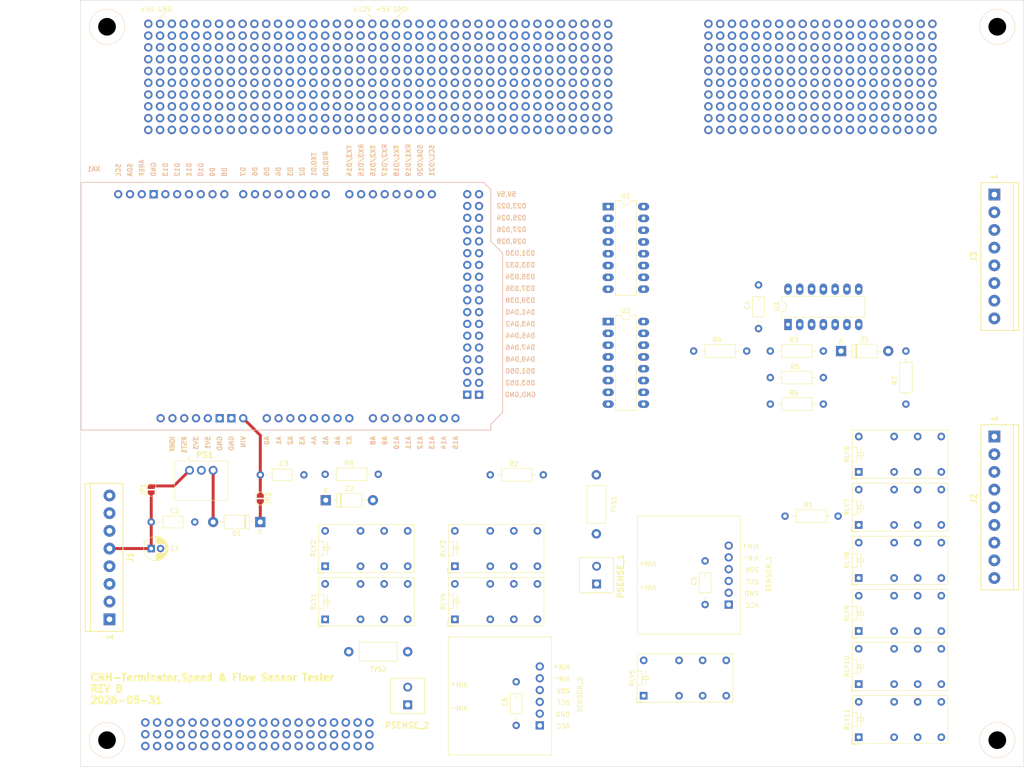
<source format=kicad_pcb>
(kicad_pcb (version 20221018) (generator pcbnew)
  (title_block (title "CNH-Terminator,Speed & Flow Sensor Tester") (rev "B") (company "TRISON SOLUTIONS LLC"))
  (layers (0 "F.Cu" signal) (1 "In1.Cu" power) (2 "In2.Cu" power) (31 "B.Cu" signal) (34 "B.Paste" user) (35 "F.Paste" user) (36 "B.SilkS" user "B.Silkscreen") (37 "F.SilkS" user "F.Silkscreen") (38 "B.Mask" user) (39 "F.Mask" user) (44 "Edge.Cuts" user))
  (net 0 "")
  (net 1 "+12V")
  (net 2 "GND")
  (net 3 "/Vin_Atmega")
  (net 4 "+5V")
  (net 5 "/+VDC_UUT_MAIN")
  (net 6 "/-VDC_UUT_MAIN")
  (net 7 "/+VDC_LOAD")
  (net 8 "/-VDC_LOAD")
  (net 9 "/-SCOPE_CH1")
  (net 10 "/+SCOPE_CH1")
  (net 11 "/SIG_GND")
  (net 12 "/CAN_BAT")
  (net 13 "/CAN_GND")
  (net 14 "Net-(J2-Pad6)")
  (net 15 "Net-(J2-Pad7)")
  (net 16 "/CAN_L")
  (net 17 "/CAN_H")
  (net 18 "+5VP")
  (net 19 "/ENA-")
  (net 20 "/DIR-")
  (net 21 "/PUL-")
  (net 417 "/+VL_SW")
  (net 418 "Net-(R3-Pad1)")
  (net 419 "Net-(U3A--)")
  (net 420 "/PULSE_COUNT")
  (net 421 "Net-(U3A-+)")
  (net 422 "/PWR_ON")
  (net 423 "/RLY1")
  (net 424 "/+VDC_UUT")
  (net 426 "/RLY2")
  (net 429 "/RLY3")
  (net 431 "Net-(RLY3-Pad8)")
  (net 432 "Net-(RLY3-Pad9)")
  (net 434 "/RLY4")
  (net 435 "/RLY5")
  (net 436 "/RLY6")
  (net 437 "/RLY7")
  (net 440 "/RLY8")
  (net 443 "/RLY9")
  (net 446 "/RLY10")
  (net 449 "/RLY11")
  (net 454 "/SCL")
  (net 455 "/SDA")
  (net 460 "Net-(U1-I1)")
  (net 461 "Net-(U1-I2)")
  (net 462 "Net-(U1-I3)")
  (net 463 "Net-(U1-I4)")
  (net 464 "Net-(U1-I5)")
  (net 465 "Net-(U1-I6)")
  (net 466 "Net-(U1-I7)")
  (net 467 "Net-(U2-I1)")
  (net 468 "Net-(U2-I2)")
  (net 469 "Net-(U2-I3)")
  (net 470 "Net-(U2-I4)")
  (net 531 "Net-(XA1-RESET)")
  (net 537 "/9DIO")
  (net 538 "/9OUT")
  (net 539 "/12IN")
  (net 759 "/UUT_IN+")
  (net 760 "Net-(J2-Pad3)")
  (net 761 "Net-(PSENSE_1-Pad1)")
  (net 762 "Net-(TVS1-A2)")
  (net 763 "Net-(TVS2-A1)")
  (net 764 "Net-(PSENSE_2-Pad1)")
  (footprint "Groz_KiCad_Libs:INA219_CURRENT_SENSOR" (layer "F.Cu") (at 149.733 201.93 90)
    (fp_text reference "SENSOR_2")
    (fp_text value "INA219_CURRENT_SENSOR")
  )
  (footprint "Groz_KiCad_Libs:SIP-20_PERF" (layer "F.Cu") (at 140.335 68.58 180)
    (fp_text reference "PR13" hide)
    (fp_text value "Conn_01x20_Perf" hide)
  )
  (footprint "Groz_KiCad_Libs:CONN-TH_EDSTLZ1555-9" (layer "F.Cu") (at 247.65 139.7 -90)
    (fp_text reference "J2")
    (fp_text value "EDSTLZ1555_9" hide)
  )
  (footprint "Groz_KiCad_Libs:SIP-20_PERF" (layer "F.Cu") (at 140.335 58.42 180)
    (fp_text reference "PR17" hide)
    (fp_text value "Conn_01x20_Perf" hide)
  )
  (footprint "Groz_KiCad_Libs:D_DO-41_SOD81_P10.16mm_Horizontal" (layer "F.Cu") (at 89.535 158.115 180)
    (fp_text reference "D1")
    (fp_text value "1N5817")
  )
  (footprint "Groz_KiCad_Libs:R_Axial_DIN0207_L6.3mm_D2.5mm_P11.43mm_Horizontal_0.25W" (layer "F.Cu") (at 199.39 121.285)
    (fp_text reference "R3")
    (fp_text value "1K")
  )
  (footprint "Groz_KiCad_Libs:SIP-20_PERF" (layer "F.Cu") (at 210.185 68.58)
    (fp_text reference "PR31" hide)
    (fp_text value "Conn_01x20_Perf" hide)
  )
  (footprint "Groz_KiCad_Libs:SIP-20_PERF" (layer "F.Cu") (at 140.335 50.8 180)
    (fp_text reference "PR20" hide)
    (fp_text value "Conn_01x20_Perf" hide)
  )
  (footprint "Groz_KiCad_Libs:SIP-20_PERF" (layer "F.Cu") (at 140.335 53.34 180)
    (fp_text reference "PR19" hide)
    (fp_text value "Conn_01x20_Perf" hide)
  )
  (footprint "Groz_KiCad_Libs:C_Axial_L170mil_D100mil_P370mil_Horizontal" (layer "F.Cu") (at 89.535 147.955)
    (fp_text reference "C3")
    (fp_text value "0.1uF")
  )
  (footprint "Groz_KiCad_Libs:D_DO-41_SOD81_P10.16mm_Horizontal" (layer "F.Cu") (at 214.63 121.285)
    (fp_text reference "Z1")
    (fp_text value "1N4732A")
  )
  (footprint "Groz_KiCad_Libs:CP_Radial_D5.0mm_P2.00mm" (layer "F.Cu") (at 66.04 163.83)
    (fp_text reference "C1")
    (fp_text value "10uF 35v")
  )
  (footprint "Groz_KiCad_Libs:SA20CA_P12.70mm_Horizontal" (layer "F.Cu") (at 161.925 147.955 -90)
    (fp_text reference "TVS1")
    (fp_text value "SA20CA")
  )
  (footprint "Groz_KiCad_Libs:SolderJumper-2_P1.3mm_Open_RoundedPad1.0x1.5mm" (layer "F.Cu") (at 66.04 151.145 90)
    (fp_text reference "JP1")
    (fp_text value "SolderJumper_2_Open")
  )
  (footprint "Groz_KiCad_Libs:MTH 6-32_NPTH" (layer "F.Cu") (at 248.285 205.105)
    (fp_text reference "MTH2")
    (fp_text value "MTH 6-32_NPTH" hide)
  )
  (footprint "Groz_KiCad_Libs:C_Axial_L170mil_D100mil_P370mil_Horizontal" (layer "F.Cu") (at 185.3438 175.895 90)
    (fp_text reference "C5")
    (fp_text value "0.1uF")
  )
  (footprint "Groz_KiCad_Libs:R_Axial_DIN0207_L6.3mm_D2.5mm_P11.43mm_Horizontal_0.25W" (layer "F.Cu") (at 210.82 127 180)
    (fp_text reference "R5")
    (fp_text value "33K")
  )
  (footprint "Groz_KiCad_Libs:SIP-20_PERF" (layer "F.Cu") (at 210.185 73.66)
    (fp_text reference "PR33" hide)
    (fp_text value "Conn_01x20_Perf" hide)
  )
  (footprint "Groz_KiCad_Libs:SIP-20_PERF" (layer "F.Cu") (at 89.535 50.8 180)
    (fp_text reference "PR10" hide)
    (fp_text value "Conn_01x20_Perf" hide)
  )
  (footprint "Groz_KiCad_Libs:SIP-20_PERF" (layer "F.Cu") (at 89.535 71.12 180)
    (fp_text reference "PR2" hide)
    (fp_text value "Conn_01x20_Perf" hide)
  )
  (footprint "Groz_KiCad_Libs:INA219_CURRENT_SENSOR" (layer "F.Cu") (at 190.423 175.8958 90)
    (fp_text reference "SENSOR_1")
    (fp_text value "INA219_CURRENT_SENSOR")
  )
  (footprint "Groz_KiCad_Libs:SIP-20_PERF" (layer "F.Cu") (at 140.335 66.04 180)
    (fp_text reference "PR14" hide)
    (fp_text value "Conn_01x20_Perf" hide)
  )
  (footprint "Groz_KiCad_Libs:SIP-20_PERF" (layer "F.Cu") (at 140.335 60.96 180)
    (fp_text reference "PR16" hide)
    (fp_text value "Conn_01x20_Perf" hide)
  )
  (footprint "Groz_KiCad_Libs:SIP-20_PERF" (layer "F.Cu") (at 210.185 53.34)
    (fp_text reference "PR25" hide)
    (fp_text value "Conn_01x20_Perf" hide)
  )
  (footprint "Groz_KiCad_Libs:1727010_2PIN_3.81mm_CONN" (layer "F.Cu") (at 161.975 171.45 90)
    (fp_text reference "PSENSE_1")
    (fp_text value "1727010_2PIN_3.81mm_CONN" hide)
  )
  (footprint "Groz_KiCad_Libs:SIP-20_PERF" (layer "F.Cu") (at 89.535 60.96 180)
    (fp_text reference "PR6" hide)
    (fp_text value "Conn_01x20_Perf" hide)
  )
  (footprint "Groz_KiCad_Libs:Relay_DPDT_Omron_G5V-2" (layer "F.Cu") (at 131.445 167.64 90)
    (fp_text reference "RLY3")
    (fp_text value "G5V-2_12DC")
  )
  (footprint "Groz_KiCad_Libs:SIP-20_PERF" (layer "F.Cu") (at 89.535 55.88 180)
    (fp_text reference "PR8" hide)
    (fp_text value "Conn_01x20_Perf" hide)
  )
  (footprint "Groz_KiCad_Libs:Relay_DPDT_Omron_G5V-2" (layer "F.Cu") (at 218.44 170.18 90)
    (fp_text reference "RLY8")
    (fp_text value "G5V-2_12DC")
  )
  (footprint "Groz_KiCad_Libs:SIP-20_PERF" (layer "F.Cu") (at 140.335 73.66 180)
    (fp_text reference "PR11" hide)
    (fp_text value "Conn_01x20_Perf" hide)
  )
  (footprint "Groz_KiCad_Libs:R78_9V_1A_SIP_TH" (layer "F.Cu") (at 74.295 146.975)
    (fp_text reference "PS1")
    (fp_text value "R-78B_9.0V-1.0A" hide)
  )
  (footprint "Groz_KiCad_Libs:SIP-20_PERF" (layer "F.Cu") (at 140.335 55.88 180)
    (fp_text reference "PR18" hide)
    (fp_text value "Conn_01x20_Perf" hide)
  )
  (footprint "Groz_KiCad_Libs:Relay_DPDT_Omron_G5V-2" (layer "F.Cu") (at 218.44 204.47 90)
    (fp_text reference "RLY11")
    (fp_text value "G5V-2_12DC")
  )
  (footprint "Groz_KiCad_Libs:R_Axial_DIN0207_L6.3mm_D2.5mm_P11.43mm_Horizontal_0.25W" (layer "F.Cu") (at 202.565 156.845)
    (fp_text reference "R1")
    (fp_text value "1k 1/2W")
  )
  (footprint "Groz_KiCad_Libs:MTH 6-32_NPTH" (layer "F.Cu") (at 56.515 51.435)
    (fp_text reference "MTH4")
    (fp_text value "MTH 6-32_NPTH" hide)
  )
  (footprint "Groz_KiCad_Libs:Relay_DPDT_Omron_G5V-2" (layer "F.Cu") (at 172.1175 195.5325 90)
    (fp_text reference "RLY5")
    (fp_text value "G5V-2_12DC")
  )
  (footprint "Groz_KiCad_Libs:SIP-20_PERF" (layer "F.Cu") (at 140.335 71.12 180)
    (fp_text reference "PR12" hide)
    (fp_text value "Conn_01x20_Perf" hide)
  )
  (footprint "Groz_KiCad_Libs:D_DO-41_SOD81_P10.16mm_Horizontal" (layer "F.Cu") (at 103.632 153.416)
    (fp_text reference "Z2")
    (fp_text value "1N4732A")
  )
  (footprint "Groz_KiCad_Libs:MTH 6-32_NPTH" (layer "F.Cu") (at 56.515 205.105)
    (fp_text reference "MTH1")
    (fp_text value "MTH 6-32_NPTH" hide)
  )
  (footprint "Groz_KiCad_Libs:R_Axial_DIN0207_L6.3mm_D2.5mm_P11.43mm_Horizontal_0.25W" (layer "F.Cu") (at 103.505 147.828)
    (fp_text reference "R8")
    (fp_text value "1K")
  )
  (footprint "Groz_KiCad_Libs:C_Axial_L170mil_D100mil_P370mil_Horizontal" (layer "F.Cu") (at 66.0316 158.115)
    (fp_text reference "C2")
    (fp_text value "0.1uF")
  )
  (footprint "Groz_KiCad_Libs:Relay_DPDT_Omron_G5V-2" (layer "F.Cu") (at 131.445 179.07 90)
    (fp_text reference "RLY4")
    (fp_text value "G5V-2_12DC")
  )
  (footprint "Groz_KiCad_Libs:SIP-20_PERF" (layer "F.Cu") (at 210.185 71.12)
    (fp_text reference "PR32" hide)
    (fp_text value "Conn_01x20_Perf" hide)
  )
  (footprint "Groz_KiCad_Libs:SIP-20_PERF" (layer "F.Cu") (at 88.9 201.295)
    (fp_text reference "PR22" hide)
    (fp_text value "Conn_01x20_Perf")
  )
  (footprint "Groz_KiCad_Libs:SIP-20_PERF" (layer "F.Cu") (at 88.9 203.835)
    (fp_text reference "PR23" hide)
    (fp_text value "Conn_01x20_Perf")
  )
  (footprint "Groz_KiCad_Libs:SIP-20_PERF" (layer "F.Cu") (at 210.185 50.8)
    (fp_text reference "PR24" hide)
    (fp_text value "Conn_01x20_Perf" hide)
  )
  (footprint "Groz_KiCad_Libs:1727010_2PIN_3.81mm_CONN" (layer "F.Cu") (at 121.285 197.485 90)
    (fp_text reference "PSENSE_2")
    (fp_text value "1727010_2PIN_3.81mm_CONN" hide)
  )
  (footprint "Groz_KiCad_Libs:R_Axial_DIN0207_L6.3mm_D2.5mm_P11.43mm_Horizontal_0.25W" (layer "F.Cu") (at 199.39 132.715)
    (fp_text reference "R6")
    (fp_text value "1K")
  )
  (footprint "Groz_KiCad_Libs:SIP-20_PERF" (layer "F.Cu") (at 210.185 60.96)
    (fp_text reference "PR28" hide)
    (fp_text value "Conn_01x20_Perf" hide)
  )
  (footprint "Groz_KiCad_Libs:Relay_DPDT_Omron_G5V-2" (layer "F.Cu") (at 218.44 181.61 90)
    (fp_text reference "RLY9")
    (fp_text value "G5V-2_12DC")
  )
  (footprint "Groz_KiCad_Libs:SIP-20_PERF" (layer "F.Cu") (at 89.535 73.66 180)
    (fp_text reference "PR1" hide)
    (fp_text value "Conn_01x20_Perf" hide)
  )
  (footprint "Groz_KiCad_Libs:SIP-20_PERF" (layer "F.Cu") (at 210.185 63.5)
    (fp_text reference "PR29" hide)
    (fp_text value "Conn_01x20_Perf" hide)
  )
  (footprint "Groz_KiCad_Libs:SIP-20_PERF" (layer "F.Cu") (at 89.535 53.34 180)
    (fp_text reference "PR9" hide)
    (fp_text value "Conn_01x20_Perf" hide)
  )
  (footprint "Groz_KiCad_Libs:SIP-20_PERF" (layer "F.Cu") (at 140.335 63.5 180)
    (fp_text reference "PR15" hide)
    (fp_text value "Conn_01x20_Perf" hide)
  )
  (footprint "Groz_KiCad_Libs:SA20CA_P12.70mm_Horizontal" (layer "F.Cu") (at 121.285 186.055 180)
    (fp_text reference "TVS2")
    (fp_text value "SA20CA")
  )
  (footprint "Groz_KiCad_Libs:Relay_DPDT_Omron_G5V-2" (layer "F.Cu") (at 218.44 193.04 90)
    (fp_text reference "RLY10")
    (fp_text value "G5V-2_12DC")
  )
  (footprint "Groz_KiCad_Libs:DIP-14_W7.62mm_LongPads" (layer "F.Cu") (at 203.2 115.57 90)
    (fp_text reference "U3")
    (fp_text value "LM339")
  )
  (footprint "Groz_KiCad_Libs:CONN-TH_EDSTLZ1555-8" (layer "F.Cu") (at 247.65 87.5825 -90)
    (fp_text reference "J3")
    (fp_text value "EDSTLZ1555_8" hide)
  )
  (footprint "Groz_KiCad_Libs:Relay_DPDT_Omron_G5V-2" (layer "F.Cu") (at 103.505 167.64 90)
    (fp_text reference "RLY2")
    (fp_text value "G5V-2_12DC")
  )
  (footprint "Groz_KiCad_Libs:C_Axial_L170mil_D100mil_P370mil_Horizontal" (layer "F.Cu") (at 144.653 201.93 90)
    (fp_text reference "C6")
    (fp_text value "0.1uF")
  )
  (footprint "Groz_KiCad_Libs:SIP-20_PERF" (layer "F.Cu") (at 89.535 66.04 180)
    (fp_text reference "PR4" hide)
    (fp_text value "Conn_01x20_Perf" hide)
  )
  (footprint "Groz_KiCad_Libs:Arduino_Mega2560_Shield" (layer "F.Cu") (at 40.132 138.303)
    (fp_text reference "XA1")
    (fp_text value "Arduino_Mega2560_Shield")
  )
  (footprint "Groz_KiCad_Libs:R_Axial_DIN0207_L6.3mm_D2.5mm_P11.43mm_Horizontal_0.25W" (layer "F.Cu") (at 139.065 147.955)
    (fp_text reference "R2")
    (fp_text value "5.6k")
  )
  (footprint "Groz_KiCad_Libs:SIP-20_PERF" (layer "F.Cu") (at 210.185 66.04)
    (fp_text reference "PR30" hide)
    (fp_text value "Conn_01x20_Perf" hide)
  )
  (footprint "Groz_KiCad_Libs:DIP-16_W7.62mm_LongPads" (layer "F.Cu") (at 164.465 90.17)
    (fp_text reference "U1")
    (fp_text value "ULN2003A")
  )
  (footprint "Groz_KiCad_Libs:R_Axial_DIN0207_L6.3mm_D2.5mm_P11.43mm_Horizontal_0.25W" (layer "F.Cu") (at 182.88 121.285)
    (fp_text reference "R4")
    (fp_text value "10K")
  )
  (footprint "Groz_KiCad_Libs:SIP-20_PERF" (layer "F.Cu") (at 89.535 58.42 180)
    (fp_text reference "PR7" hide)
    (fp_text value "Conn_01x20_Perf" hide)
  )
  (footprint "Groz_KiCad_Libs:DIP-16_W7.62mm_LongPads" (layer "F.Cu") (at 164.465 114.935)
    (fp_text reference "U2")
    (fp_text value "ULN2003A")
  )
  (footprint "Groz_KiCad_Libs:SIP-20_PERF" (layer "F.Cu") (at 89.535 63.5 180)
    (fp_text reference "PR5" hide)
    (fp_text value "Conn_01x20_Perf" hide)
  )
  (footprint "Groz_KiCad_Libs:MTH 6-32_NPTH" (layer "F.Cu") (at 248.285 51.435)
    (fp_text reference "MTH3")
    (fp_text value "MTH 6-32_NPTH" hide)
  )
  (footprint "Groz_KiCad_Libs:SIP-20_PERF" (layer "F.Cu") (at 88.9 206.375)
    (fp_text reference "PR21" hide)
    (fp_text value "Conn_01x20_Perf")
  )
  (footprint "Groz_KiCad_Libs:Relay_DPDT_Omron_G5V-2" (layer "F.Cu") (at 103.505 179.0704 90)
    (fp_text reference "RLY1")
    (fp_text value "G5V-2_12DC")
  )
  (footprint "Groz_KiCad_Libs:R_Axial_DIN0207_L6.3mm_D2.5mm_P11.43mm_Horizontal_0.25W" (layer "F.Cu") (at 228.6 132.715 90)
    (fp_text reference "R7")
    (fp_text value "2K")
  )
  (footprint "Groz_KiCad_Libs:SIP-20_PERF" (layer "F.Cu") (at 89.535 68.58 180)
    (fp_text reference "PR3" hide)
    (fp_text value "Conn_01x20_Perf" hide)
  )
  (footprint "Groz_KiCad_Libs:SolderJumper-2_P1.3mm_Open_RoundedPad1.0x1.5mm" (layer "F.Cu") (at 89.535 153.05 -90)
    (fp_text reference "JP2")
    (fp_text value "SolderJumper_2_Open")
  )
  (footprint "Groz_KiCad_Libs:Relay_DPDT_Omron_G5V-2" (layer "F.Cu") (at 218.44 147.32 90)
    (fp_text reference "RLY6")
    (fp_text value "G5V-2_12DC")
  )
  (footprint "Groz_KiCad_Libs:SIP-20_PERF" (layer "F.Cu") (at 210.185 55.88)
    (fp_text reference "PR26" hide)
    (fp_text value "Conn_01x20_Perf" hide)
  )
  (footprint "Groz_KiCad_Libs:C_Axial_L170mil_D100mil_P370mil_Horizontal" (layer "F.Cu") (at 196.85 116.442 90)
    (fp_text reference "C4")
    (fp_text value "0.1uF")
  )
  (footprint "Groz_KiCad_Libs:Relay_DPDT_Omron_G5V-2" (layer "F.Cu") (at 218.44 158.75 90)
    (fp_text reference "RLY7")
    (fp_text value "G5V-2_12DC")
  )
  (footprint "Groz_KiCad_Libs:SIP-20_PERF" (layer "F.Cu") (at 210.185 58.42)
    (fp_text reference "PR27" hide)
    (fp_text value "Conn_01x20_Perf" hide)
  )
  (footprint "Groz_KiCad_Libs:CONN-TH_EDSTLZ1555-8" (layer "F.Cu") (at 57.0484 179.07 90)
    (fp_text reference "J1")
    (fp_text value "EDSTLZ1555_8" hide)
  )
  (gr_line (start 113.665 49.53) (end 112.649 48.514) (stroke (width 0.1524)) (layer "F.SilkS"))
  (gr_line (start 67.945 49.53) (end 69.088 48.387) (stroke (width 0.1524)) (layer "F.SilkS"))
  (gr_line (start 118.872 49.53) (end 120.015 48.387) (stroke (width 0.1524)) (layer "F.SilkS"))
  (gr_line (start 254 210.82) (end 50.8 210.82) (stroke (width 0.1016)) (layer "Edge.Cuts"))
  (gr_line (start 254 45.72) (end 254 210.82) (stroke (width 0.1016)) (layer "Edge.Cuts"))
  (gr_line (start 254 45.72) (end 50.8 45.72) (stroke (width 0.1016)) (layer "Edge.Cuts"))
  (gr_line (start 50.8 210.82) (end 50.8 45.72) (stroke (width 0.1016)) (layer "Edge.Cuts"))
  (gr_text "${TITLE}\nREV ${REVISION}\n${CURRENT_DATE}" (at 52.7304 197.3834) (layer "F.SilkS") (effects (font (size 1.524 1.524) (thickness 0.381) bold) (justify left bottom)))
  (gr_text "GND" (at 67.31 48.26) (layer "F.SilkS") (effects (font (size 1.016 1.016) (thickness 0.1524)) (justify left bottom)))
  (gr_text "+5V" (at 114.3 48.26) (layer "F.SilkS") (effects (font (size 1.016 1.016) (thickness 0.1524)) (justify left bottom)))
  (gr_text "GND" (at 118.11 48.26) (layer "F.SilkS") (effects (font (size 1.016 1.016) (thickness 0.1524)) (justify left bottom)))
  (gr_text "+5V" (at 63.5 48.26) (layer "F.SilkS") (effects (font (size 1.016 1.016) (thickness 0.1524)) (justify left bottom)))
  (gr_text "XA1" (at 53.975 81.915) (layer "F.SilkS") (effects (font (size 1.016 1.016) (thickness 0.1524))))
  (gr_text "+12V" (at 109.22 48.26) (layer "F.SilkS") (effects (font (size 1.016 1.016) (thickness 0.1524)) (justify left bottom)))
  (segment locked (start 66.04 163.83) (end 66.04 151.9475) (width 0.635) (layer "F.Cu") (net 1))
  (segment locked (start 57.0484 163.83) (end 66.04 163.83) (width 0.635) (layer "F.Cu") (net 1))
  (segment locked (start 89.535 139.446) (end 85.852 135.763) (width 0.635) (layer "F.Cu") (net 3))
  (segment locked (start 89.535 147.955) (end 89.535 139.446) (width 0.635) (layer "F.Cu") (net 3))
  (segment locked (start 89.535 147.955) (end 89.535 152.2475) (width 0.635) (layer "F.Cu") (net 3))
  (segment locked (start 89.535 158.115) (end 89.535 153.8525) (width 0.635) (layer "F.Cu") (net 537))
  (segment locked (start 79.375 146.975) (end 79.375 158.115) (width 0.635) (layer "F.Cu") (net 538))
  (segment locked (start 74.295 146.975) (end 70.9275 150.3425) (width 0.635) (layer "F.Cu") (net 539))
  (segment locked (start 70.9275 150.3425) (end 66.04 150.3425) (width 0.635) (layer "F.Cu") (net 539))
)
</source>
